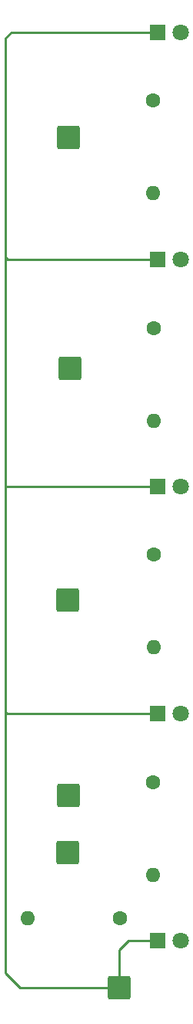
<source format=gbl>
%TF.GenerationSoftware,KiCad,Pcbnew,7.0.5*%
%TF.CreationDate,2023-07-09T21:35:34-04:00*%
%TF.ProjectId,Guitar_Hero_PCB_LEDs,47756974-6172-45f4-9865-726f5f504342,v01*%
%TF.SameCoordinates,Original*%
%TF.FileFunction,Copper,L2,Bot*%
%TF.FilePolarity,Positive*%
%FSLAX46Y46*%
G04 Gerber Fmt 4.6, Leading zero omitted, Abs format (unit mm)*
G04 Created by KiCad (PCBNEW 7.0.5) date 2023-07-09 21:35:34*
%MOMM*%
%LPD*%
G01*
G04 APERTURE LIST*
G04 Aperture macros list*
%AMRoundRect*
0 Rectangle with rounded corners*
0 $1 Rounding radius*
0 $2 $3 $4 $5 $6 $7 $8 $9 X,Y pos of 4 corners*
0 Add a 4 corners polygon primitive as box body*
4,1,4,$2,$3,$4,$5,$6,$7,$8,$9,$2,$3,0*
0 Add four circle primitives for the rounded corners*
1,1,$1+$1,$2,$3*
1,1,$1+$1,$4,$5*
1,1,$1+$1,$6,$7*
1,1,$1+$1,$8,$9*
0 Add four rect primitives between the rounded corners*
20,1,$1+$1,$2,$3,$4,$5,0*
20,1,$1+$1,$4,$5,$6,$7,0*
20,1,$1+$1,$6,$7,$8,$9,0*
20,1,$1+$1,$8,$9,$2,$3,0*%
G04 Aperture macros list end*
%TA.AperFunction,ComponentPad*%
%ADD10RoundRect,0.249999X-1.025001X-1.025001X1.025001X-1.025001X1.025001X1.025001X-1.025001X1.025001X0*%
%TD*%
%TA.AperFunction,ComponentPad*%
%ADD11C,1.600000*%
%TD*%
%TA.AperFunction,ComponentPad*%
%ADD12O,1.600000X1.600000*%
%TD*%
%TA.AperFunction,ComponentPad*%
%ADD13R,1.800000X1.800000*%
%TD*%
%TA.AperFunction,ComponentPad*%
%ADD14C,1.800000*%
%TD*%
%TA.AperFunction,Conductor*%
%ADD15C,0.254000*%
%TD*%
G04 APERTURE END LIST*
D10*
%TO.P,J6,1,Pin_1*%
%TO.N,Net-(D1-K)*%
X141224000Y-174879000D03*
%TD*%
D11*
%TO.P,R4,1*%
%TO.N,Net-(D4-A)*%
X144957800Y-152298400D03*
D12*
%TO.P,R4,2*%
%TO.N,Net-(J2-Pin_1)*%
X144957800Y-162458400D03*
%TD*%
D11*
%TO.P,R1,1*%
%TO.N,Net-(D1-A)*%
X144957800Y-77597000D03*
D12*
%TO.P,R1,2*%
%TO.N,Net-(J5-Pin_1)*%
X144957800Y-87757000D03*
%TD*%
D13*
%TO.P,D1,1,K*%
%TO.N,Net-(D1-K)*%
X145415000Y-70104000D03*
D14*
%TO.P,D1,2,A*%
%TO.N,Net-(D1-A)*%
X147955000Y-70104000D03*
%TD*%
D10*
%TO.P,J2,1,Pin_1*%
%TO.N,Net-(J2-Pin_1)*%
X135636000Y-153797000D03*
%TD*%
D13*
%TO.P,D3,1,K*%
%TO.N,Net-(D1-K)*%
X145410000Y-119888000D03*
D14*
%TO.P,D3,2,A*%
%TO.N,Net-(D3-A)*%
X147950000Y-119888000D03*
%TD*%
D11*
%TO.P,R5,1*%
%TO.N,Net-(D5-A)*%
X141300200Y-167259000D03*
D12*
%TO.P,R5,2*%
%TO.N,Net-(J1-Pin_1)*%
X131140200Y-167259000D03*
%TD*%
D13*
%TO.P,D4,1,K*%
%TO.N,Net-(D1-K)*%
X145415000Y-144780000D03*
D14*
%TO.P,D4,2,A*%
%TO.N,Net-(D4-A)*%
X147955000Y-144780000D03*
%TD*%
D10*
%TO.P,J3,1,Pin_1*%
%TO.N,Net-(J3-Pin_1)*%
X135509000Y-132334000D03*
%TD*%
D11*
%TO.P,R3,1*%
%TO.N,Net-(D3-A)*%
X144983200Y-127381000D03*
D12*
%TO.P,R3,2*%
%TO.N,Net-(J3-Pin_1)*%
X144983200Y-137541000D03*
%TD*%
D10*
%TO.P,J1,1,Pin_1*%
%TO.N,Net-(J1-Pin_1)*%
X135509000Y-160020000D03*
%TD*%
%TO.P,J4,1,Pin_1*%
%TO.N,Net-(J4-Pin_1)*%
X135763000Y-106934000D03*
%TD*%
%TO.P,J5,1,Pin_1*%
%TO.N,Net-(J5-Pin_1)*%
X135636000Y-81661000D03*
%TD*%
D13*
%TO.P,D2,1,K*%
%TO.N,Net-(D1-K)*%
X145415000Y-94996000D03*
D14*
%TO.P,D2,2,A*%
%TO.N,Net-(D2-A)*%
X147955000Y-94996000D03*
%TD*%
D11*
%TO.P,R2,1*%
%TO.N,Net-(D2-A)*%
X145008600Y-102514400D03*
D12*
%TO.P,R2,2*%
%TO.N,Net-(J4-Pin_1)*%
X145008600Y-112674400D03*
%TD*%
D13*
%TO.P,D5,1,K*%
%TO.N,Net-(D1-K)*%
X145410000Y-169672000D03*
D14*
%TO.P,D5,2,A*%
%TO.N,Net-(D5-A)*%
X147950000Y-169672000D03*
%TD*%
D15*
%TO.N,Net-(D1-K)*%
X128701800Y-94792800D02*
X128701800Y-119938800D01*
X128701800Y-70713600D02*
X128701800Y-94792800D01*
X129311400Y-70104000D02*
X128701800Y-70713600D01*
X142214600Y-169672000D02*
X141224000Y-170662600D01*
X128701800Y-144627600D02*
X128701800Y-173278800D01*
X130302000Y-174879000D02*
X141224000Y-174879000D01*
X145410000Y-119888000D02*
X128752600Y-119888000D01*
X145410000Y-169672000D02*
X142214600Y-169672000D01*
X128854200Y-144780000D02*
X128701800Y-144627600D01*
X145415000Y-94996000D02*
X128905000Y-94996000D01*
X128752600Y-119888000D02*
X128701800Y-119938800D01*
X145415000Y-144780000D02*
X128854200Y-144780000D01*
X128701800Y-173278800D02*
X130302000Y-174879000D01*
X141224000Y-170662600D02*
X141224000Y-174879000D01*
X128701800Y-119938800D02*
X128701800Y-144627600D01*
X145415000Y-70104000D02*
X129311400Y-70104000D01*
X128905000Y-94996000D02*
X128701800Y-94792800D01*
%TD*%
M02*

</source>
